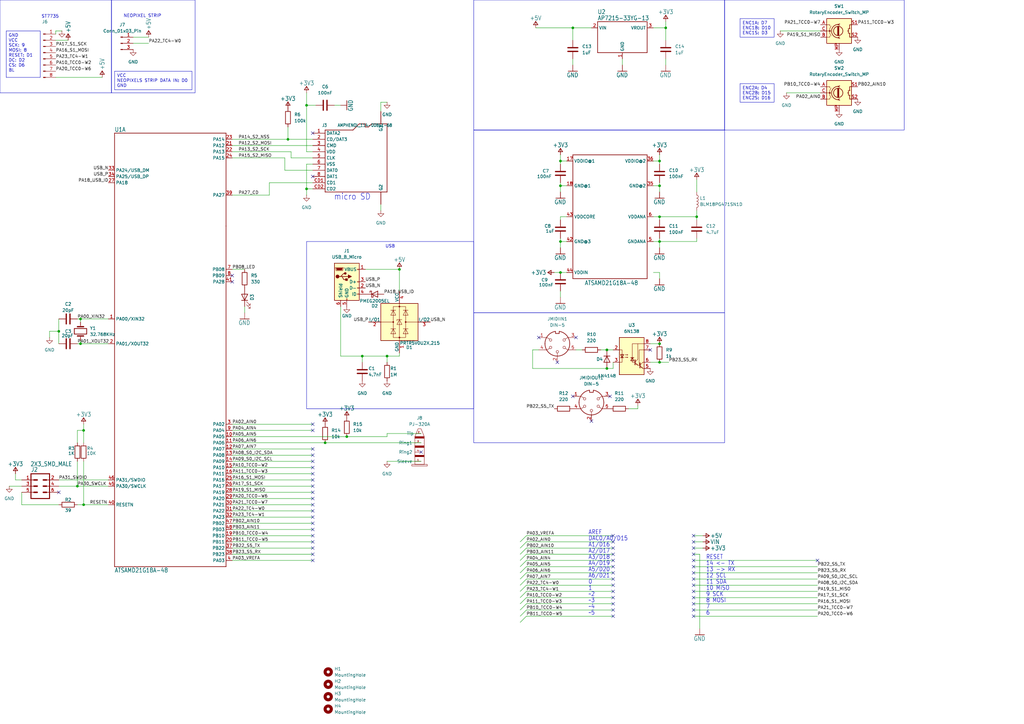
<source format=kicad_sch>
(kicad_sch (version 20231120) (generator "eeschema") (generator_version "8.0")
  (paper "A3")
  (junction (at 34.29 176.53))
  (junction (at 270.51 99.06))
  (junction (at 229.87 76.2))
  (junction (at 148.59 146.05))
  (junction (at 133.35 181.61))
  (junction (at 58.42 335.28))
  (junction (at 229.87 99.06))
  (junction (at 229.87 111.76))
  (junction (at 248.92 151.13))
  (junction (at 33.02 130.81))
  (junction (at 125.73 43.18))
  (junction (at 163.83 110.49))
  (junction (at 24.13 135.89))
  (junction (at 270.51 76.2))
  (junction (at 125.73 77.47))
  (junction (at 270.51 88.9))
  (junction (at 234.95 11.43))
  (junction (at 34.29 207.01))
  (junction (at 270.51 140.97))
  (junction (at 270.51 148.59))
  (junction (at 248.92 143.51))
  (junction (at 83.82 335.28))
  (junction (at 229.87 66.04))
  (junction (at 270.51 66.04))
  (junction (at 285.75 88.9))
  (junction (at 33.02 140.97))
  (junction (at 118.11 57.15))
  (junction (at 142.24 179.07))
  (junction (at 158.75 146.05))
  (junction (at 31.75 199.39))
  (junction (at 273.05 11.43))
  (no_connect (at 251.46 219.71))
  (no_connect (at 284.48 234.95))
  (no_connect (at 250.19 162.56))
  (no_connect (at 128.27 199.39))
  (no_connect (at 128.27 209.55))
  (no_connect (at 128.27 194.31))
  (no_connect (at 128.27 54.61))
  (no_connect (at 128.27 207.01))
  (no_connect (at 284.48 237.49))
  (no_connect (at 128.27 189.23))
  (no_connect (at 128.27 201.93))
  (no_connect (at 284.48 242.57))
  (no_connect (at 128.27 224.79))
  (no_connect (at 284.48 224.79))
  (no_connect (at 251.46 237.49))
  (no_connect (at 251.46 222.25))
  (no_connect (at 242.57 172.72))
  (no_connect (at 284.48 227.33))
  (no_connect (at 128.27 204.47))
  (no_connect (at 284.48 219.71))
  (no_connect (at 128.27 72.39))
  (no_connect (at 335.28 229.87))
  (no_connect (at 251.46 234.95))
  (no_connect (at 128.27 212.09))
  (no_connect (at 266.7 143.51))
  (no_connect (at 284.48 232.41))
  (no_connect (at 234.95 162.56))
  (no_connect (at 284.48 245.11))
  (no_connect (at 128.27 196.85))
  (no_connect (at 128.27 219.71))
  (no_connect (at 128.27 184.15))
  (no_connect (at 251.46 232.41))
  (no_connect (at 251.46 245.11))
  (no_connect (at 251.46 252.73))
  (no_connect (at 284.48 240.03))
  (no_connect (at 172.72 185.42))
  (no_connect (at 128.27 217.17))
  (no_connect (at 128.27 176.53))
  (no_connect (at 128.27 191.77))
  (no_connect (at 128.27 186.69))
  (no_connect (at 284.48 247.65))
  (no_connect (at 251.46 242.57))
  (no_connect (at 251.46 250.19))
  (no_connect (at 95.25 113.03))
  (no_connect (at 284.48 229.87))
  (no_connect (at 284.48 250.19))
  (no_connect (at 236.22 138.43))
  (no_connect (at 128.27 173.99))
  (no_connect (at 128.27 227.33))
  (no_connect (at 128.27 222.25))
  (no_connect (at 284.48 252.73))
  (no_connect (at 128.27 214.63))
  (no_connect (at 128.27 229.87))
  (no_connect (at 251.46 240.03))
  (no_connect (at 220.98 138.43))
  (no_connect (at 95.25 115.57))
  (no_connect (at 228.6 148.59))
  (no_connect (at 251.46 227.33))
  (no_connect (at 251.46 224.79))
  (no_connect (at 251.46 229.87))
  (no_connect (at 284.48 222.25))
  (no_connect (at 251.46 247.65))
  (no_connect (at 24.13 201.93))
  (bus_entry (at 215.9 222.25) (size -2.54 2.54))
  (bus_entry (at 215.9 247.65) (size -2.54 2.54))
  (bus_entry (at 215.9 245.11) (size -2.54 2.54))
  (bus_entry (at 215.9 234.95) (size -2.54 2.54))
  (bus_entry (at 215.9 240.03) (size -2.54 2.54))
  (bus_entry (at 215.9 250.19) (size -2.54 2.54))
  (bus_entry (at 215.9 232.41) (size -2.54 2.54))
  (bus_entry (at 215.9 224.79) (size -2.54 2.54))
  (bus_entry (at 215.9 252.73) (size -2.54 2.54))
  (bus_entry (at 215.9 237.49) (size -2.54 2.54))
  (bus_entry (at 215.9 242.57) (size -2.54 2.54))
  (bus_entry (at 215.9 229.87) (size -2.54 2.54))
  (bus_entry (at 215.9 227.33) (size -2.54 2.54))
  (bus_entry (at 215.9 219.71) (size -2.54 2.54))
  (wire (pts (xy 267.97 76.2) (xy 270.51 76.2)) (stroke (width 0.1524)))
  (wire (pts (xy 22.86 13.97) (xy 22.86 12.7)))
  (wire (pts (xy 128.27 77.47) (xy 125.73 77.47)) (stroke (width 0.1524)))
  (wire (pts (xy 218.44 151.13) (xy 248.92 151.13)))
  (wire (pts (xy 270.51 78.74) (xy 270.51 76.2)) (stroke (width 0.1524)))
  (wire (pts (xy 236.22 143.51) (xy 238.76 143.51)))
  (wire (pts (xy 53.34 363.22) (xy 57.15 363.22)))
  (wire (pts (xy 58.42 335.28) (xy 53.34 335.28)) (stroke (width 0.1524)))
  (wire (pts (xy 215.9 219.71) (xy 251.46 219.71)) (stroke (width 0.1524)))
  (wire (pts (xy 116.84 69.85) (xy 116.84 64.77)) (stroke (width 0.1524)))
  (wire (pts (xy 229.87 111.76) (xy 232.41 111.76)) (stroke (width 0.1524)))
  (wire (pts (xy 158.75 146.05) (xy 163.83 146.05)) (stroke (width 0.1524)))
  (wire (pts (xy 215.9 250.19) (xy 251.46 250.19)) (stroke (width 0.1524)))
  (wire (pts (xy 285.75 88.9) (xy 285.75 90.17)))
  (wire (pts (xy 215.9 222.25) (xy 251.46 222.25)) (stroke (width 0.1524)))
  (wire (pts (xy 156.21 41.91) (xy 156.21 45.72)) (stroke (width 0.1524)))
  (wire (pts (xy 95.25 64.77) (xy 116.84 64.77)) (stroke (width 0.1524)))
  (wire (pts (xy 142.24 179.07) (xy 158.75 179.07)))
  (wire (pts (xy 149.86 110.49) (xy 163.83 110.49)) (stroke (width 0.1524)))
  (wire (pts (xy 95.25 59.69) (xy 128.27 59.69)) (stroke (width 0.1524)))
  (wire (pts (xy 273.05 24.13) (xy 273.05 26.67)))
  (wire (pts (xy 219.71 11.43) (xy 234.95 11.43)) (stroke (width 0.1524)))
  (wire (pts (xy 128.27 189.23) (xy 95.25 189.23)) (stroke (width 0.1524)))
  (wire (pts (xy 270.51 99.06) (xy 270.51 101.6)) (stroke (width 0.1524)))
  (wire (pts (xy 229.87 74.93) (xy 229.87 76.2)))
  (wire (pts (xy 234.95 11.43) (xy 234.95 16.51)) (stroke (width 0.1524)))
  (wire (pts (xy 128.27 214.63) (xy 95.25 214.63)) (stroke (width 0.1524)))
  (wire (pts (xy 133.35 181.61) (xy 172.72 181.61)))
  (wire (pts (xy 270.51 111.76) (xy 270.51 114.3)) (stroke (width 0.1524)))
  (wire (pts (xy 73.66 335.28) (xy 73.66 355.6)))
  (wire (pts (xy 130.81 384.81) (xy 120.65 384.81)))
  (wire (pts (xy 128.27 201.93) (xy 95.25 201.93)) (stroke (width 0.1524)))
  (wire (pts (xy 95.25 181.61) (xy 133.35 181.61)))
  (wire (pts (xy 91.44 377.19) (xy 91.44 375.92)))
  (wire (pts (xy 139.7 125.73) (xy 139.7 146.05)))
  (wire (pts (xy 270.51 88.9) (xy 285.75 88.9)) (stroke (width 0.1524)))
  (wire (pts (xy 31.75 176.53) (xy 34.29 176.53)) (stroke (width 0.1524)))
  (wire (pts (xy 229.87 66.04) (xy 229.87 67.31)))
  (wire (pts (xy 95.25 229.87) (xy 128.27 229.87)) (stroke (width 0.1524)))
  (wire (pts (xy 267.97 111.76) (xy 270.51 111.76)) (stroke (width 0.1524)))
  (wire (pts (xy 284.48 222.25) (xy 288.29 222.25)) (stroke (width 0.1524)))
  (wire (pts (xy 31.75 130.81) (xy 33.02 130.81)) (stroke (width 0.1524)))
  (wire (pts (xy 215.9 240.03) (xy 251.46 240.03)) (stroke (width 0.1524)))
  (wire (pts (xy 229.87 66.04) (xy 232.41 66.04)) (stroke (width 0.1524)))
  (wire (pts (xy 229.87 88.9) (xy 229.87 90.17)) (stroke (width 0.1524)))
  (wire (pts (xy 128.27 227.33) (xy 95.25 227.33)) (stroke (width 0.1524)))
  (wire (pts (xy 31.75 140.97) (xy 33.02 140.97)))
  (wire (pts (xy 95.25 176.53) (xy 128.27 176.53)) (stroke (width 0.1524)))
  (wire (pts (xy 158.75 177.8) (xy 172.72 177.8)))
  (wire (pts (xy 100.33 125.73) (xy 100.33 128.27)))
  (wire (pts (xy 31.75 189.23) (xy 31.75 199.39)) (stroke (width 0.1524)))
  (wire (pts (xy 229.87 101.6) (xy 229.87 99.06)) (stroke (width 0.1524)))
  (wire (pts (xy 273.05 11.43) (xy 273.05 8.89)) (stroke (width 0.1524)))
  (wire (pts (xy 60.96 387.35) (xy 76.2 387.35)))
  (wire (pts (xy 31.75 199.39) (xy 44.45 199.39)) (stroke (width 0.1524)))
  (wire (pts (xy 22.86 31.75) (xy 41.91 31.75)))
  (wire (pts (xy 22.86 12.7) (xy 25.4 12.7)))
  (wire (pts (xy 128.27 69.85) (xy 116.84 69.85)) (stroke (width 0.1524)))
  (wire (pts (xy 284.48 247.65) (xy 335.28 247.65)) (stroke (width 0.1524)))
  (wire (pts (xy 270.51 88.9) (xy 270.51 90.17)))
  (wire (pts (xy 83.82 345.44) (xy 83.82 342.9)) (stroke (width 0.1524)))
  (wire (pts (xy 128.27 64.77) (xy 119.38 64.77)) (stroke (width 0.1524)))
  (wire (pts (xy 31.75 176.53) (xy 31.75 181.61)) (stroke (width 0.1524)))
  (wire (pts (xy 128.27 378.46) (xy 128.27 375.92)))
  (wire (pts (xy 158.75 146.05) (xy 148.59 146.05)) (stroke (width 0.1524)))
  (wire (pts (xy 285.75 73.66) (xy 285.75 76.2)) (stroke (width 0.1524)))
  (wire (pts (xy 285.75 76.2) (xy 285.75 78.74)))
  (wire (pts (xy 128.27 212.09) (xy 95.25 212.09)) (stroke (width 0.1524)))
  (wire (pts (xy 158.75 179.07) (xy 158.75 177.8)))
  (wire (pts (xy 215.9 234.95) (xy 251.46 234.95)) (stroke (width 0.1524)))
  (wire (pts (xy 53.34 350.52) (xy 53.34 351.79)))
  (wire (pts (xy 284.48 250.19) (xy 335.28 250.19)) (stroke (width 0.1524)))
  (wire (pts (xy 6.35 196.85) (xy 8.89 196.85)) (stroke (width 0.1524)))
  (wire (pts (xy 215.9 245.11) (xy 251.46 245.11)) (stroke (width 0.1524)))
  (wire (pts (xy 128.27 186.69) (xy 95.25 186.69)) (stroke (width 0.1524)))
  (wire (pts (xy 83.82 335.28) (xy 83.82 332.74)) (stroke (width 0.1524)))
  (wire (pts (xy 322.58 38.1) (xy 336.55 38.1)))
  (wire (pts (xy 137.16 43.18) (xy 139.7 43.18)) (stroke (width 0.1524)))
  (wire (pts (xy 227.33 111.76) (xy 229.87 111.76)) (stroke (width 0.1524)))
  (wire (pts (xy 128.27 204.47) (xy 95.25 204.47)) (stroke (width 0.1524)))
  (wire (pts (xy 284.48 227.33) (xy 287.02 227.33)) (stroke (width 0.1524)))
  (wire (pts (xy 320.04 12.7) (xy 336.55 12.7)))
  (wire (pts (xy 95.25 80.01) (xy 110.49 80.01)) (stroke (width 0.1524)))
  (wire (pts (xy 120.65 384.81) (xy 120.65 386.08)))
  (wire (pts (xy 54.61 15.24) (xy 60.96 15.24)))
  (wire (pts (xy 270.51 74.93) (xy 270.51 76.2)))
  (wire (pts (xy 270.51 66.04) (xy 270.51 63.5)) (stroke (width 0.1524)))
  (wire (pts (xy 86.36 355.6) (xy 73.66 355.6)))
  (wire (pts (xy 95.25 110.49) (xy 100.33 110.49)))
  (wire (pts (xy 8.89 207.01) (xy 24.13 207.01)) (stroke (width 0.1524)))
  (wire (pts (xy 24.13 199.39) (xy 31.75 199.39)) (stroke (width 0.1524)))
  (wire (pts (xy 158.75 189.23) (xy 172.72 189.23)))
  (wire (pts (xy 128.27 209.55) (xy 95.25 209.55)) (stroke (width 0.1524)))
  (wire (pts (xy 261.62 167.64) (xy 261.62 166.37)))
  (wire (pts (xy 95.25 62.23) (xy 119.38 62.23)) (stroke (width 0.1524)))
  (wire (pts (xy 156.21 41.91) (xy 158.75 41.91)))
  (wire (pts (xy 234.95 11.43) (xy 242.57 11.43)) (stroke (width 0.1524)))
  (wire (pts (xy 33.02 130.81) (xy 44.45 130.81)) (stroke (width 0.1524)))
  (wire (pts (xy 270.51 97.79) (xy 270.51 99.06)))
  (wire (pts (xy 53.34 359.41) (xy 53.34 363.22)) (stroke (width 0.1524)))
  (wire (pts (xy 20.32 135.89) (xy 24.13 135.89)) (stroke (width 0.1524)))
  (wire (pts (xy 125.73 67.31) (xy 125.73 77.47)) (stroke (width 0.1524)))
  (wire (pts (xy 232.41 99.06) (xy 229.87 99.06)) (stroke (width 0.1524)))
  (wire (pts (xy 118.11 57.15) (xy 128.27 57.15)) (stroke (width 0.1524)))
  (wire (pts (xy 284.48 234.95) (xy 335.28 234.95)) (stroke (width 0.1524)))
  (wire (pts (xy 130.81 375.92) (xy 130.81 384.81)))
  (wire (pts (xy 83.82 322.58) (xy 83.82 323.85)))
  (wire (pts (xy 215.9 237.49) (xy 251.46 237.49)) (stroke (width 0.1524)))
  (wire (pts (xy 229.87 78.74) (xy 229.87 76.2)) (stroke (width 0.1524)))
  (wire (pts (xy 267.97 11.43) (xy 273.05 11.43)) (stroke (width 0.1524)))
  (wire (pts (xy 215.9 247.65) (xy 251.46 247.65)) (stroke (width 0.1524)))
  (wire (pts (xy 76.2 392.43) (xy 76.2 394.97)))
  (wire (pts (xy 284.48 252.73) (xy 335.28 252.73)) (stroke (width 0.1524)))
  (wire (pts (xy 246.38 143.51) (xy 248.92 143.51)))
  (wire (pts (xy 285.75 86.36) (xy 285.75 88.9)) (stroke (width 0.1524)))
  (wire (pts (xy 128.27 194.31) (xy 95.25 194.31)) (stroke (width 0.1524)))
  (wire (pts (xy 128.27 224.79) (xy 95.25 224.79)) (stroke (width 0.1524)))
  (wire (pts (xy 128.27 191.77) (xy 95.25 191.77)) (stroke (width 0.1524)))
  (wire (pts (xy 34.29 176.53) (xy 34.29 173.99)) (stroke (width 0.1524)))
  (wire (pts (xy 6.35 194.31) (xy 6.35 196.85)) (stroke (width 0.1524)))
  (wire (pts (xy 125.73 43.18) (xy 129.54 43.18)) (stroke (width 0.1524)))
  (wire (pts (xy 60.96 335.28) (xy 58.42 335.28)) (stroke (width 0.1524)))
  (wire (pts (xy 158.75 148.59) (xy 158.75 146.05)) (stroke (width 0.1524)))
  (wire (pts (xy 95.25 179.07) (xy 142.24 179.07)))
  (wire (pts (xy 284.48 240.03) (xy 335.28 240.03)) (stroke (width 0.1524)))
  (wire (pts (xy 128.27 196.85) (xy 95.25 196.85)) (stroke (width 0.1524)))
  (wire (pts (xy 22.86 16.51) (xy 27.94 16.51)))
  (wire (pts (xy 91.44 375.92) (xy 128.27 375.92)))
  (wire (pts (xy 33.02 130.81) (xy 33.02 132.08)))
  (wire (pts (xy 215.9 232.41) (xy 251.46 232.41)) (stroke (width 0.1524)))
  (wire (pts (xy 215.9 227.33) (xy 251.46 227.33)) (stroke (width 0.1524)))
  (wire (pts (xy 20.32 138.43) (xy 20.32 135.89)) (stroke (width 0.1524)))
  (wire (pts (xy 34.29 176.53) (xy 34.29 181.61)))
  (wire (pts (xy 248.92 143.51) (xy 251.46 143.51)))
  (wire (pts (xy 60.96 359.41) (xy 62.23 359.41)))
  (wire (pts (xy 119.38 64.77) (xy 119.38 62.23)) (stroke (width 0.1524)))
  (wire (pts (xy 267.97 99.06) (xy 270.51 99.06)) (stroke (width 0.1524)))
  (wire (pts (xy 76.2 387.35) (xy 76.2 389.89)))
  (wire (pts (xy 110.49 80.01) (xy 110.49 74.93)) (stroke (width 0.1524)))
  (wire (pts (xy 229.87 97.79) (xy 229.87 99.06)))
  (wire (pts (xy 128.27 184.15) (xy 95.25 184.15)) (stroke (width 0.1524)))
  (wire (pts (xy 285.75 97.79) (xy 285.75 99.06)) (stroke (width 0.1524)))
  (wire (pts (xy 53.34 335.28) (xy 53.34 350.52)) (stroke (width 0.1524)))
  (wire (pts (xy 270.51 66.04) (xy 270.51 67.31)))
  (wire (pts (xy 110.49 74.93) (xy 128.27 74.93)) (stroke (width 0.1524)))
  (wire (pts (xy 95.25 173.99) (xy 128.27 173.99)) (stroke (width 0.1524)))
  (wire (pts (xy 251.46 151.13) (xy 251.46 148.59)))
  (wire (pts (xy 215.9 242.57) (xy 251.46 242.57)) (stroke (width 0.1524)))
  (wire (pts (xy 287.02 257.81) (xy 287.02 227.33)) (stroke (width 0.1524)))
  (wire (pts (xy 273.05 11.43) (xy 273.05 16.51)) (stroke (width 0.1524)))
  (wire (pts (xy 60.96 394.97) (xy 76.2 394.97)))
  (wire (pts (xy 284.48 245.11) (xy 335.28 245.11)) (stroke (width 0.1524)))
  (wire (pts (xy 73.66 335.28) (xy 83.82 335.28)) (stroke (width 0.1524)))
  (wire (pts (xy 132.08 378.46) (xy 128.27 378.46)))
  (wire (pts (xy 125.73 62.23) (xy 125.73 43.18)) (stroke (width 0.1524)))
  (wire (pts (xy 218.44 143.51) (xy 220.98 143.51)))
  (wire (pts (xy 128.27 62.23) (xy 125.73 62.23)) (stroke (width 0.1524)))
  (wire (pts (xy 284.48 237.49) (xy 335.28 237.49)) (stroke (width 0.1524)))
  (wire (pts (xy 128.27 199.39) (xy 95.25 199.39)) (stroke (width 0.1524)))
  (wire (pts (xy 163.83 110.49) (xy 163.83 119.38)))
  (wire (pts (xy 24.13 135.89) (xy 24.13 130.81)) (stroke (width 0.1524)))
  (wire (pts (xy 284.48 229.87) (xy 335.28 229.87)) (stroke (width 0.1524)))
  (wire (pts (xy 284.48 219.71) (xy 288.29 219.71)) (stroke (width 0.1524)))
  (wire (pts (xy 267.97 88.9) (xy 270.51 88.9)) (stroke (width 0.1524)))
  (wire (pts (xy 270.51 99.06) (xy 285.75 99.06)) (stroke (width 0.1524)))
  (wire (pts (xy 31.75 207.01) (xy 34.29 207.01)) (stroke (width 0.1524)))
  (wire (pts (xy 234.95 24.13) (xy 234.95 26.67)))
  (wire (pts (xy 215.9 252.73) (xy 251.46 252.73)) (stroke (width 0.1524)))
  (wire (pts (xy 156.21 86.36) (xy 156.21 83.82)) (stroke (width 0.1524)))
  (wire (pts (xy 60.96 335.28) (xy 60.96 351.79)) (stroke (width 0.1524)))
  (wire (pts (xy 128.27 219.71) (xy 95.25 219.71)) (stroke (width 0.1524)))
  (wire (pts (xy 248.92 151.13) (xy 251.46 151.13)))
  (wire (pts (xy 257.81 167.64) (xy 261.62 167.64)))
  (wire (pts (xy 54.61 17.78) (xy 60.96 17.78)))
  (wire (pts (xy 24.13 196.85) (xy 44.45 196.85)) (stroke (width 0.1524)))
  (wire (pts (xy 33.02 140.97) (xy 44.45 140.97)) (stroke (width 0.1524)))
  (wire (pts (xy 284.48 232.41) (xy 335.28 232.41)) (stroke (width 0.1524)))
  (wire (pts (xy 128.27 207.01) (xy 95.25 207.01)) (stroke (width 0.1524)))
  (wire (pts (xy 34.29 207.01) (xy 44.45 207.01)) (stroke (width 0.1524)))
  (wire (pts (xy 218.44 151.13) (xy 218.44 143.51)))
  (wire (pts (xy 215.9 224.79) (xy 251.46 224.79)) (stroke (width 0.1524)))
  (wire (pts (xy 125.73 38.1) (xy 125.73 43.18)) (stroke (width 0.1524)))
  (wire (pts (xy 267.97 66.04) (xy 270.51 66.04)) (stroke (width 0.1524)))
  (wire (pts (xy 139.7 146.05) (xy 148.59 146.05)))
  (wire (pts (xy 215.9 229.87) (xy 251.46 229.87)) (stroke (width 0.1524)))
  (wire (pts (xy 266.7 140.97) (xy 270.51 140.97)))
  (wire (pts (xy 83.82 317.5) (xy 83.82 322.58)) (stroke (width 0.1524)))
  (wire (pts (xy 128.27 67.31) (xy 125.73 67.31)) (stroke (width 0.1524)))
  (wire (pts (xy 24.13 140.97) (xy 24.13 135.89)) (stroke (width 0.1524)))
  (wire (pts (xy 8.89 201.93) (xy 8.89 207.01)) (stroke (width 0.1524)))
  (wire (pts (xy 232.41 76.2) (xy 229.87 76.2)) (stroke (width 0.1524)))
  (wire (pts (xy 229.87 121.92) (xy 229.87 119.38)) (stroke (width 0.1524)))
  (wire (pts (xy 148.59 146.05) (xy 148.59 148.59)) (stroke (width 0.1524)))
  (wire (pts (xy 270.51 148.59) (xy 274.32 148.59)))
  (wire (pts (xy 34.29 189.23) (xy 34.29 207.01)) (stroke (width 0.1524)))
  (wire (pts (xy 284.48 242.57) (xy 335.28 242.57)) (stroke (width 0.1524)))
  (wire (pts (xy 229.87 63.5) (xy 229.87 66.04)) (stroke (width 0.1524)))
  (wire (pts (xy 128.27 222.25) (xy 95.25 222.25)) (stroke (width 0.1524)))
  (wire (pts (xy 33.02 139.7) (xy 33.02 140.97)))
  (wire (pts (xy 118.11 52.07) (xy 118.11 57.15)) (stroke (width 0.1524)))
  (wire (pts (xy 255.27 26.67) (xy 255.27 24.13)) (stroke (width 0.1524)))
  (wire (pts (xy 232.41 88.9) (xy 229.87 88.9)) (stroke (width 0.1524)))
  (wire (pts (xy 95.25 57.15) (xy 118.11 57.15)) (stroke (width 0.1524)))
  (wire (pts (xy 125.73 77.47) (xy 125.73 80.01)) (stroke (width 0.1524)))
  (wire (pts (xy 128.27 217.17) (xy 95.25 217.17)) (stroke (width 0.1524)))
  (wire (pts (xy 266.7 148.59) (xy 270.51 148.59)))
  (wire (pts (xy 3.81 199.39) (xy 8.89 199.39)) (stroke (width 0.1524)))
  (wire (pts (xy 83.82 331.47) (xy 83.82 332.74)))
  (wire (pts (xy 132.08 375.92) (xy 130.81 375.92)))
  (wire (pts (xy 163.83 146.05) (xy 163.83 144.78)) (stroke (width 0.1524)))
  (wire (pts (xy 86.36 355.6) (xy 86.36 377.19)))
  (wire (pts (xy 284.48 224.79) (xy 288.29 224.79)) (stroke (width 0.1524)))
  (rectangle (start 45.72 0) (end 80.01 38.1))
  (rectangle (start 194.31 53.34) (end 297.18 128.27))
  (rectangle (start 0 0) (end 45.72 38.1))
  (rectangle (start 297.18 0) (end 370.84 53.34))
  (rectangle (start 194.31 128.27) (end 297.18 181.61))
  (rectangle (start 125.73 99.06) (end 194.31 167.64))
  (rectangle (start 194.31 0) (end 297.18 53.34))
  (text_box "GND\nVCC\nSCK: 9\nMOSI: 8\nRESET: D1\nDC: D2\nCS: D6\nBL" (at 2.54 12.7 0) (size 13.97 19.05) (effects (font (size 1.27 1.27)) (justify left top)))
  (text_box "VCC\nNEOPIXELS STRIP DATA IN: D0\nGND" (at 46.99 29.21 0) (size 31.75 7.62) (effects (font (size 1.27 1.27)) (justify left top)))
  (text_box "ENC1A: D7\nENC1B: D10\nENC1S: D3" (at 303.53 7.62 0) (size 13.97 7.62) (effects (font (size 1.27 1.27)) (justify left top)))
  (text_box "ENC2A: D4\nENC2B: D15\nENC2S: D16" (at 303.53 34.29 0) (size 13.97 7.62) (effects (font (size 1.27 1.27)) (justify left top)))
  (text "6" (at 289.56 252.476 0) (effects (font (size 1.778 1.5113)) (justify left bottom)))
  (text "A5/D20" (at 241.3 234.696 0) (effects (font (size 1.778 1.5113)) (justify left bottom)))
  (text "0" (at 241.3 239.776 0) (effects (font (size 1.778 1.5113)) (justify left bottom)))
  (text "A6/D21" (at 241.3 237.236 0) (effects (font (size 1.778 1.5113)) (justify left bottom)))
  (text "11 SDA" (at 289.56 239.776 0) (effects (font (size 1.778 1.5113)) (justify left bottom)))
  (text "13 -> RX" (at 289.56 234.696 0) (effects (font (size 1.778 1.5113)) (justify left bottom)))
  (text "12 SCL" (at 289.56 237.236 0) (effects (font (size 1.778 1.5113)) (justify left bottom)))
  (text "7" (at 289.56 249.936 0) (effects (font (size 1.778 1.5113)) (justify left bottom)))
  (text "RESET" (at 289.56 229.616 0) (effects (font (size 1.778 1.5113)) (justify left bottom)))
  (text "14 <- TX" (at 289.56 232.156 0) (effects (font (size 1.778 1.5113)) (justify left bottom)))
  (text "NEOPIXEL STRIP" (at 58.42 6.604 0) (effects (font (size 1.27 1.27))))
  (text "ST7735" (at 20.574 6.858 0) (effects (font (size 1.27 1.27))))
  (text "~2" (at 241.3 244.856 0) (effects (font (size 1.778 1.5113)) (justify left bottom)))
  (text "8 MOSI" (at 289.56 247.396 0) (effects (font (size 1.778 1.5113)) (justify left bottom)))
  (text "A1/D16" (at 241.3 224.536 0) (effects (font (size 1.778 1.5113)) (justify left bottom)))
  (text "AREF" (at 241.3 219.456 0) (effects (font (size 1.778 1.5113)) (justify left bottom)))
  (text "1" (at 241.3 242.316 0) (effects (font (size 1.778 1.5113)) (justify left bottom)))
  (text "A2/D17" (at 241.3 227.076 0) (effects (font (size 1.778 1.5113)) (justify left bottom)))
  (text "A4/D19" (at 241.3 232.156 0) (effects (font (size 1.778 1.5113)) (justify left bottom)))
  (text "10 MISO" (at 289.56 242.316 0) (effects (font (size 1.778 1.5113)) (justify left bottom)))
  (text "~5" (at 241.3 252.476 0) (effects (font (size 1.778 1.5113)) (justify left bottom)))
  (text "USB" (at 160.02 101.092 0) (effects (font (size 1.27 1.27))))
  (text "9 SCK" (at 289.56 244.856 0) (effects (font (size 1.778 1.5113)) (justify left bottom)))
  (text "A3/D18" (at 241.3 229.616 0) (effects (font (size 1.778 1.5113)) (justify left bottom)))
  (text "DAC0/A0/D15" (at 241.3 221.996 0) (effects (font (size 1.778 1.5113)) (justify left bottom)))
  (text "~4" (at 241.3 249.936 0) (effects (font (size 1.778 1.5113)) (justify left bottom)))
  (text "~3" (at 241.3 247.396 0) (effects (font (size 1.778 1.5113)) (justify left bottom)))
  (text "micro SD" (at 144.526 82.296 0) (effects (font (size 2.54 2.159)) (justify bottom)))
  (label "PA03_VREFA" (at 95.25 229.87 0) (effects (font (size 1.2446 1.2446))))
  (label "RESETN" (at 36.83 207.01 0) (effects (font (size 1.2446 1.2446))))
  (label "PB22_S5_TX" (at 335.28 232.41 0) (effects (font (size 1.2446 1.2446))))
  (label "PA11_TCC0-W3" (at 351.79 10.16 0))
  (label "PA09_S0_I2C_SCL" (at 95.25 189.23 0) (effects (font (size 1.2446 1.2446))))
  (label "PA14_S2_NSS" (at 97.79 57.15 0) (effects (font (size 1.2446 1.2446))))
  (label "PA16_S1_MOSI" (at 95.25 196.85 0) (effects (font (size 1.2446 1.2446))))
  (label "PA22_TC4-W0" (at 95.25 209.55 0) (effects (font (size 1.2446 1.2446))))
  (label "PB02_AIN10" (at 95.25 214.63 0) (effects (font (size 1.2446 1.2446))))
  (label "PA12_S2_MOSI" (at 97.79 59.69 0) (effects (font (size 1.2446 1.2446))))
  (label "USB_N" (at 44.45 69.85 180) (effects (font (size 1.2446 1.2446))))
  (label "PA03_VREFA" (at 215.9 219.71 0) (effects (font (size 1.2446 1.2446))))
  (label "PA17_S1_SCK" (at 22.86 19.05 0) (effects (font (size 1.2446 1.2446))))
  (label "PA06_AIN6" (at 95.25 181.61 0) (effects (font (size 1.2446 1.2446))))
  (label "PA08_S0_I2C_SDA" (at 335.28 240.03 0) (effects (font (size 1.2446 1.2446))))
  (label "PA10_TCC0-W2" (at 215.9 245.11 0) (effects (font (size 1.2446 1.2446))))
  (label "PA23_TC4-W1" (at 22.86 24.13 0) (effects (font (size 1.2446 1.2446))))
  (label "PB10_TCC0-W4" (at 215.9 250.19 0) (effects (font (size 1.2446 1.2446))))
  (label "PA13_S2_SCK" (at 97.79 62.23 0) (effects (font (size 1.2446 1.2446))))
  (label "PB02_AIN10" (at 215.9 224.79 0) (effects (font (size 1.2446 1.2446))))
  (label "PA11_TCC0-W3" (at 215.9 247.65 0) (effects (font (size 1.2446 1.2446))))
  (label "PA11_TCC0-W3" (at 95.25 194.31 0) (effects (font (size 1.2446 1.2446))))
  (label "PA00_XIN32" (at 31.75 130.81 0) (effects (font (size 1.2446 1.2446))))
  (label "PA06_AIN6" (at 215.9 234.95 0) (effects (font (size 1.2446 1.2446))))
  (label "PA15_S2_MISO" (at 97.79 64.77 0) (effects (font (size 1.2446 1.2446))))
  (label "PB11_TCC0-W5" (at 95.25 222.25 0) (effects (font (size 1.2446 1.2446))))
  (label "PB22_S5_TX" (at 95.25 224.79 0) (effects (font (size 1.2446 1.2446))))
  (label "PA05_AIN5" (at 215.9 232.41 0) (effects (font (size 1.2446 1.2446))))
  (label "PA18_USB_ID" (at 44.45 74.93 180) (effects (font (size 1.2446 1.2446))))
  (label "PB02_AIN10" (at 351.79 35.56 0))
  (label "PA23_TC4-W1" (at 95.25 212.09 0) (effects (font (size 1.2446 1.2446))))
  (label "PA19_S1_MISO" (at 335.28 242.57 0) (effects (font (size 1.2446 1.2446))))
  (label "PA04_AIN4" (at 215.9 229.87 0) (effects (font (size 1.2446 1.2446))))
  (label "PA21_TCC0-W7" (at 335.28 250.19 0) (effects (font (size 1.2446 1.2446))))
  (label "PA02_AIN0" (at 215.9 222.25 0) (effects (font (size 1.2446 1.2446))))
  (label "PA07_AIN7" (at 101.6 387.35 0) (effects (font (size 1.2446 1.2446))))
  (label "USB_N" (at 149.86 118.11 0) (effects (font (size 1.2446 1.2446))))
  (label "PA08_S0_I2C_SDA" (at 76.2 384.81 180) (effects (font (size 1.2446 1.2446))))
  (label "PA02_AIN0" (at 336.55 40.64 180))
  (label "PA18_USB_ID" (at 157.48 120.65 0) (effects (font (size 1.2446 1.2446))))
  (label "PB10_TCC0-W4" (at 95.25 219.71 0) (effects (font (size 1.2446 1.2446))))
  (label "PB10_TCC0-W4" (at 336.55 35.56 180))
  (label "PA16_S1_MOSI" (at 22.86 21.59 0) (effects (font (size 1.2446 1.2446))))
  (label "PA31_SWDIO" (at 24.13 196.85 0) (effects (font (size 1.2446 1.2446))))
  (label "PA10_TCC0-W2" (at 22.86 26.67 0) (effects (font (size 1.2446 1.2446))))
  (label "PA30_SWCLK" (at 31.75 199.39 0) (effects (font (size 1.2446 1.2446))))
  (label "PA07_AIN7" (at 95.25 184.15 0) (effects (font (size 1.2446 1.2446))))
  (label "PA08_S0_I2C_SDA" (at 57.15 363.22 0) (effects (font (size 1.2446 1.2446))))
  (label "PA09_S0_I2C_SCL" (at 76.2 382.27 180) (effects (font (size 1.2446 1.2446))))
  (label "PB03_AIN11" (at 95.25 217.17 0) (effects (font (size 1.2446 1.2446))))
  (label "PA17_S1_SCK" (at 95.25 199.39 0) (effects (font (size 1.2446 1.2446))))
  (label "PA22_TC4-W0" (at 215.9 240.03 0) (effects (font (size 1.2446 1.2446))))
  (label "PA02_AIN0" (at 95.25 173.99 0) (effects (font (size 1.2446 1.2446))))
  (label "PB23_S5_RX" (at 95.25 227.33 0) (effects (font (size 1.2446 1.2446))))
  (label "PA19_S1_MISO" (at 95.25 201.93 0) (effects (font (size 1.2446 1.2446))))
  (label "PA05_AIN5" (at 95.25 179.07 0) (effects (font (size 1.2446 1.2446))))
  (label "PA07_AIN7" (at 215.9 237.49 0) (effects (font (size 1.2446 1.2446))))
  (label "PA09_S0_I2C_SCL" (at 62.23 359.41 0) (effects (font (size 1.2446 1.2446))))
  (label "PA27_CD" (at 97.79 80.01 0) (effects (font (size 1.2446 1.2446))))
  (label "PA17_S1_SCK" (at 335.28 245.11 0) (effects (font (size 1.2446 1.2446))))
  (label "USB_P" (at 149.86 115.57 0) (effects (font (size 1.2446 1.2446))))
  (label "PB22_S5_TX" (at 227.33 167.64 180) (effects (font (size 1.2446 1.2446))))
  (label "PA16_S1_MOSI" (at 335.28 247.65 0) (effects (font (size 1.2446 1.2446))))
  (label "USB_N" (at 176.53 132.08 0) (effects (font (size 1.2446 1.2446))))
  (label "PB03_AIN11" (at 215.9 227.33 0) (effects (font (size 1.2446 1.2446))))
  (label "PA20_TCC0-W6" (at 335.28 252.73 0) (effects (font (size 1.2446 1.2446))))
  (label "PA20_TCC0-W6" (at 22.86 29.21 0) (effects (font (size 1.2446 1.2446))))
  (label "PA21_TCC0-W7" (at 336.55 10.16 180))
  (label "PB23_S5_RX" (at 335.28 234.95 0) (effects (font (size 1.2446 1.2446))))
  (label "PA19_S1_MISO" (at 336.55 15.24 180))
  (label "PA21_TCC0-W7" (at 95.25 207.01 0) (effects (font (size 1.2446 1.2446))))
  (label "PA20_TCC0-W6" (at 95.25 204.47 0) (effects (font (size 1.2446 1.2446))))
  (label "PA10_TCC0-W2" (at 95.25 191.77 0) (effects (font (size 1.2446 1.2446))))
  (label "USB_P" (at 44.45 72.39 180) (effects (font (size 1.2446 1.2446))))
  (label "PB11_TCC0-W5" (at 215.9 252.73 0) (effects (font (size 1.2446 1.2446))))
  (label "PA01_XOUT32" (at 31.75 140.97 0) (effects (font (size 1.2446 1.2446))))
  (label "PA08_S0_I2C_SDA" (at 95.25 186.69 0) (effects (font (size 1.2446 1.2446))))
  (label "PA22_TC4-W0" (at 60.96 17.78 0) (effects (font (size 1.2446 1.2446))))
  (label "PB08_LED" (at 95.25 110.49 0) (effects (font (size 1.2446 1.2446))))
  (label "PA09_S0_I2C_SCL" (at 335.28 237.49 0) (effects (font (size 1.2446 1.2446))))
  (label "USB_P" (at 151.13 132.08 180) (effects (font (size 1.2446 1.2446))))
  (label "PA23_TC4-W1" (at 215.9 242.57 0) (effects (font (size 1.2446 1.2446))))
  (label "PB23_S5_RX" (at 274.32 148.59 0) (effects (font (size 1.2446 1.2446))))
  (label "PA04_AIN4" (at 95.25 176.53 0) (effects (font (size 1.2446 1.2446))))
  (symbol (lib_id "power:GND") (at 3.81 199.39 0) (unit 1)
    (property "Reference" "#PWR04" (effects (hide yes)))
    (property "Value" "GND" (at 3.81 204.47 0))
    (property "Description" "Power symbol creates a global label with name \"GND\" , ground" (effects (hide yes)))
  )
  (symbol (lib_id "Adafruit PCF8523 RTC SOIC-8-eagle-import:GND") (at 88.9 400.05 0) (unit 1)
    (property "Reference" "#GND08" (effects (hide yes)))
    (property "Value" "GND" (at 86.36 402.59 0) (effects (font (size 1.778 1.5113)) (justify left bottom)))
  )
  (symbol (lib_id "Device:D") (at 248.92 147.32 270) (unit 1)
    (property "Reference" "D4" (at 244.602 147.32 90) (effects (justify left)))
    (property "Value" "1N4148" (at 245.11 154.178 90) (effects (justify left)))
    (property "Footprint" "Diode_SMD:D_SOD-323" (effects (hide yes)))
    (property "Description" "Diode" (effects (hide yes)))
    (property "Sim.Device" "D" (effects (hide yes)))
    (property "Sim.Pins" "1=K 2=A" (effects (hide yes)))
    (property "LCSC" "C2128" (effects (hide yes)))
  )
  (symbol (lib_id "MKRZero_V5.0-eagle-import:supply1_GND") (at 142.24 43.18 90) (unit 1)
    (property "Reference" "#GND010" (effects (hide yes)))
    (property "Value" "GND" (at 144.78 45.72 0) (effects (font (size 1.778 1.5113)) (justify left bottom)))
  )
  (symbol (lib_id "Mechanical:MountingHole") (at 134.62 280.67 0) (unit 1) (exclude_from_sim yes) (in_bom no)
    (property "Reference" "H2" (at 137.16 279.3999 0) (effects (justify left)))
    (property "Value" "MountingHole" (at 137.16 281.9399 0) (effects (justify left)))
    (property "Footprint" "MountingHole:MountingHole_3.2mm_M3" (effects (hide yes)))
    (property "Description" "Mounting Hole without connection" (effects (hide yes)))
  )
  (symbol (lib_id "MKRZero_V5.0-eagle-import:GND") (at 229.87 104.14 0) (unit 1)
    (property "Reference" "#GND02" (effects (hide yes)))
    (property "Value" "GND" (at 227.33 106.68 0) (effects (font (size 1.778 1.5113)) (justify left bottom)))
  )
  (symbol (lib_id "MKRZero_V5.0-eagle-import:+3V3") (at 270.51 60.96 0) (unit 1)
    (property "Reference" "#+3V05" (effects (hide yes)))
    (property "Value" "+3V3" (at 270.51 60.452 0) (effects (font (size 1.778 1.5113)) (justify bottom)))
  )
  (symbol (lib_id "MKRZero_V5.0-eagle-import:+3V3") (at 270.51 138.43 0) (unit 1)
    (property "Reference" "#+3V014" (effects (hide yes)))
    (property "Value" "+3V3" (at 270.51 137.922 0) (effects (font (size 1.778 1.5113)) (justify bottom)))
  )
  (symbol (lib_id "power:GND") (at 142.24 125.73 0) (unit 1)
    (property "Reference" "#PWR01" (effects (hide yes)))
    (property "Value" "GND" (at 142.24 129.54 0))
    (property "Description" "Power symbol creates a global label with name \"GND\" , ground" (effects (hide yes)))
  )
  (symbol (lib_id "Device:R") (at 142.24 175.26 180) (unit 1)
    (property "Reference" "R15" (at 144.78 173.9899 0) (effects (justify right)))
    (property "Value" "10k" (at 144.78 176.5299 0) (effects (justify right)))
    (property "Footprint" "Resistor_SMD:R_0402_1005Metric" (effects (hide yes)))
    (property "Description" "Resistor" (effects (hide yes)))
    (property "LCSC" "C25104" (effects (hide yes)))
  )
  (symbol (lib_id "Device:C") (at 273.05 20.32 180) (unit 1)
    (property "Reference" "C14" (at 276.86 19.0499 0) (effects (justify right)))
    (property "Value" "1uF" (at 276.86 21.5899 0) (effects (justify right)))
    (property "Footprint" "Capacitor_SMD:C_0402_1005Metric" (effects (hide yes)))
    (property "Description" "Unpolarized capacitor" (effects (hide yes)))
    (property "LCSC" "C52923" (effects (hide yes)))
  )
  (symbol (lib_id "MKRZero_V5.0-eagle-import:GND") (at 270.51 81.28 0) (unit 1)
    (property "Reference" "#GND05" (effects (hide yes)))
    (property "Value" "GND" (at 267.97 83.82 0) (effects (font (size 1.778 1.5113)) (justify left bottom)))
  )
  (symbol (lib_id "MKRZero_V5.0-eagle-import:+3V3") (at 219.71 8.89 0) (unit 1)
    (property "Reference" "#+3V07" (effects (hide yes)))
    (property "Value" "+5V" (at 219.71 8.382 0) (effects (font (size 1.778 1.5113)) (justify bottom)))
  )
  (symbol (lib_id "Device:R") (at 133.35 177.8 180) (unit 1)
    (property "Reference" "R14" (at 135.89 176.5299 0) (effects (justify right)))
    (property "Value" "10k" (at 135.89 179.0699 0) (effects (justify right)))
    (property "Footprint" "Resistor_SMD:R_0402_1005Metric" (effects (hide yes)))
    (property "Description" "Resistor" (effects (hide yes)))
    (property "LCSC" "C25104" (effects (hide yes)))
  )
  (symbol (lib_id "MKRZero_V5.0-eagle-import:+3V3") (at 6.35 191.77 0) (unit 1)
    (property "Reference" "#+3V01" (effects (hide yes)))
    (property "Value" "+3V3" (at 6.35 191.262 0) (effects (font (size 1.778 1.5113)) (justify bottom)))
  )
  (symbol (lib_id "Adafruit PCF8523 RTC SOIC-8-eagle-import:VCC") (at 71.12 317.5 0) (mirror y) (unit 1)
    (property "Reference" "#P+06" (effects (hide yes)))
    (property "Value" "+3V3" (at 68.58 314.96 90) (effects (font (size 1.778 1.5113)) (justify right top)))
  )
  (symbol (lib_id "Device:C") (at 229.87 71.12 0) (unit 1)
    (property "Reference" "C7" (at 222.504 70.104 0) (effects (justify left)))
    (property "Value" "100nF" (at 220.218 72.39 0) (effects (justify left)))
    (property "Footprint" "Capacitor_SMD:C_0402_1005Metric" (effects (hide yes)))
    (property "Description" "Unpolarized capacitor" (effects (hide yes)))
    (property "LCSC" "C1525" (effects (hide yes)))
  )
  (symbol (lib_id "Connector:Conn_01x03_Pin") (at 49.53 17.78 0) (unit 1)
    (property "Reference" "J7" (at 50.165 10.16 0))
    (property "Value" "Conn_01x03_Pin" (at 50.165 12.7 0))
    (property "Footprint" "MKRZero_V5.0:MG03254F-RA" (effects (hide yes)))
    (property "Description" "Generic connector, single row, 01x03, script generated" (effects (hide yes)))
  )
  (symbol (lib_id "power:GND") (at 54.61 20.32 0) (unit 1)
    (property "Reference" "#PWR08" (effects (hide yes)))
    (property "Value" "GND" (at 54.61 25.4 0))
    (property "Description" "Power symbol creates a global label with name \"GND\" , ground" (effects (hide yes)))
  )
  (symbol (lib_name "DIN-5_1") (lib_id "Connector:DIN-5") (at 242.57 165.1 180) (unit 1)
    (property "Reference" "JMIDIOUT1" (at 242.5699 154.94 0))
    (property "Value" "DIN-5" (at 242.5699 157.48 0))
    (property "Footprint" "MKRZero_V5.0:Deltron-671-0501-5" (effects (hide yes)))
    (property "Datasheet" "http://www.mouser.com/ds/2/18/40_c091_abd_e-75918.pdf" (effects (hide yes)))
    (property "Description" "5-pin DIN connector" (effects (hide yes)))
    (property "LCSC" "C20611696" (effects (hide yes)))
  )
  (symbol (lib_id "power:GND") (at 158.75 156.21 0) (unit 1)
    (property "Reference" "#PWR03" (effects (hide yes)))
    (property "Value" "GND" (at 158.75 161.29 0))
    (property "Description" "Power symbol creates a global label with name \"GND\" , ground" (effects (hide yes)))
  )
  (symbol (lib_id "MKRZero_V5.0-eagle-import:+3V3") (at 142.24 168.91 0) (unit 1)
    (property "Reference" "#+3V016" (effects (hide yes)))
    (property "Value" "+3V3" (at 142.24 168.402 0) (effects (font (size 1.778 1.5113)) (justify bottom)))
  )
  (symbol (lib_id "Mechanical:MountingHole") (at 134.62 285.75 0) (unit 1) (exclude_from_sim yes) (in_bom no)
    (property "Reference" "H3" (at 137.16 284.4799 0) (effects (justify left)))
    (property "Value" "MountingHole" (at 137.16 287.0199 0) (effects (justify left)))
    (property "Footprint" "MountingHole:MountingHole_3.2mm_M3" (effects (hide yes)))
    (property "Description" "Mounting Hole without connection" (effects (hide yes)))
  )
  (symbol (lib_id "MKRZero_V5.0-eagle-import:+3V3") (at 273.05 6.35 0) (unit 1)
    (property "Reference" "#+3V012" (effects (hide yes)))
    (property "Value" "+3V3" (at 273.05 5.842 0) (effects (font (size 1.778 1.5113)) (justify bottom)))
  )
  (symbol (lib_id "Connector:Conn_01x08_Pin") (at 17.78 21.59 0) (unit 1)
    (property "Reference" "J6" (at 18.415 8.89 0))
    (property "Value" "Conn_01x08_Pin" (effects (hide yes)))
    (property "Footprint" "MKRZero_V5.0:ST7735" (effects (hide yes)))
    (property "Description" "Generic connector, single row, 01x08, script generated" (effects (hide yes)))
  )
  (symbol (lib_id "Device:C") (at 83.82 339.09 180) (unit 1)
    (property "Reference" "C5" (at 78.74 339.09 90))
    (property "Value" "10uF" (at 80.518 339.344 90))
    (property "Footprint" "Capacitor_SMD:C_0603_1608Metric" (effects (hide yes)))
    (property "Description" "Unpolarized capacitor" (effects (hide yes)))
    (property "LCSC" "C19702" (effects (hide yes)))
  )
  (symbol (lib_id "power:GND") (at 148.59 156.21 0) (unit 1)
    (property "Reference" "#PWR02" (effects (hide yes)))
    (property "Value" "GND" (at 148.59 161.29 0))
    (property "Description" "Power symbol creates a global label with name \"GND\" , ground" (effects (hide yes)))
  )
  (symbol (lib_id "power:GND") (at 344.17 45.72 0) (unit 1)
    (property "Reference" "#PWR020" (effects (hide yes)))
    (property "Value" "GND" (at 344.17 50.8 0))
    (property "Description" "Power symbol creates a global label with name \"GND\" , ground" (effects (hide yes)))
  )
  (symbol (lib_id "Connector:USB_B_Micro") (at 142.24 115.57 0) (unit 1)
    (property "Reference" "J1" (at 142.24 102.87 0))
    (property "Value" "USB_B_Micro" (at 142.24 105.41 0))
    (property "Footprint" "Connector_USB:USB_Micro-B_Molex_47346-0001" (effects (hide yes)))
    (property "Description" "USB Micro Type B connector" (effects (hide yes)))
    (property "LCSC" "C132560" (effects (hide yes)))
  )
  (symbol (lib_id "power:GND") (at 266.7 151.13 0) (unit 1)
    (property "Reference" "#PWR06" (effects (hide yes)))
    (property "Value" "GND" (at 266.7 156.21 0))
    (property "Description" "Power symbol creates a global label with name \"GND\" , ground" (effects (hide yes)))
  )
  (symbol (lib_id "MKRZero_V5.0-eagle-import:GND") (at 229.87 124.46 0) (unit 1)
    (property "Reference" "#GND03" (effects (hide yes)))
    (property "Value" "GND" (at 227.33 127 0) (effects (font (size 1.778 1.5113)) (justify left bottom)))
  )
  (symbol (lib_id "MKRZero_V5.0-eagle-import:supply1_GND") (at 255.27 29.21 0) (unit 1)
    (property "Reference" "#GND016" (effects (hide yes)))
    (property "Value" "GND" (at 252.73 31.75 0) (effects (font (size 1.778 1.5113)) (justify left bottom)))
  )
  (symbol (lib_id "Mechanical:MountingHole") (at 134.62 290.83 0) (unit 1) (exclude_from_sim yes) (in_bom no)
    (property "Reference" "H4" (at 137.16 289.5599 0) (effects (justify left)))
    (property "Value" "MountingHole" (at 137.16 292.0999 0) (effects (justify left)))
    (property "Footprint" "MountingHole:MountingHole_3.2mm_M3" (effects (hide yes)))
    (property "Description" "Mounting Hole without connection" (effects (hide yes)))
  )
  (symbol (lib_id "Device:R") (at 118.11 48.26 180) (unit 1)
    (property "Reference" "R6" (at 120.65 46.9899 0) (effects (justify right)))
    (property "Value" "100k" (at 120.65 49.5299 0) (effects (justify right)))
    (property "Footprint" "Resistor_SMD:R_0402_1005Metric" (effects (hide yes)))
    (property "Description" "Resistor" (effects (hide yes)))
    (property "LCSC" "C25741" (effects (hide yes)))
  )
  (symbol (lib_id "Adafruit PCF8523 RTC SOIC-8-eagle-import:VCC") (at 58.42 332.74 0) (mirror y) (unit 1)
    (property "Reference" "#P+05" (effects (hide yes)))
    (property "Value" "+3V3" (at 55.88 330.2 90) (effects (font (size 1.778 1.5113)) (justify right top)))
  )
  (symbol (lib_id "Device:C") (at 27.94 130.81 90) (unit 1)
    (property "Reference" "C2" (at 27.94 124.714 90))
    (property "Value" "20pF" (at 27.94 127.254 90))
    (property "Footprint" "Capacitor_SMD:C_0402_1005Metric" (effects (hide yes)))
    (property "Description" "Unpolarized capacitor" (effects (hide yes)))
    (property "LCSC" "C1554" (effects (hide yes)))
  )
  (symbol (lib_id "MKRZero_V5.0-eagle-import:+3V3") (at 118.11 41.91 0) (unit 1)
    (property "Reference" "#+3V08" (effects (hide yes)))
    (property "Value" "+3V3" (at 118.11 41.402 0) (effects (font (size 1.778 1.5113)) (justify bottom)))
  )
  (symbol (lib_id "MKRZero_V5.0-eagle-import:+3V3") (at 261.62 163.83 0) (unit 1)
    (property "Reference" "#+3V013" (effects (hide yes)))
    (property "Value" "+3V3" (at 261.62 163.322 0) (effects (font (size 1.778 1.5113)) (justify bottom)))
  )
  (symbol (lib_id "MKRZero_V5.0-eagle-import:+3V3") (at 224.79 111.76 90) (unit 1)
    (property "Reference" "#+3V03" (effects (hide yes)))
    (property "Value" "+3V3" (at 224.028 111.76 90) (effects (font (size 1.778 1.5113)) (justify left)))
  )
  (symbol (lib_id "Device:R") (at 60.96 355.6 180) (unit 1)
    (property "Reference" "R8" (at 58.928 355.6 90))
    (property "Value" "10k" (at 63.246 355.6 90))
    (property "Footprint" "Resistor_SMD:R_0402_1005Metric" (effects (hide yes)))
    (property "Description" "Resistor" (effects (hide yes)))
    (property "LCSC" "C25744" (effects (hide yes)))
  )
  (symbol (lib_id "power:GND") (at 20.32 138.43 0) (unit 1)
    (property "Reference" "#PWR05" (effects (hide yes)))
    (property "Value" "GND" (at 20.32 143.51 0))
    (property "Description" "Power symbol creates a global label with name \"GND\" , ground" (effects (hide yes)))
  )
  (symbol (lib_id "MKRZero_V5.0-eagle-import:+5V") (at 60.96 12.7 0) (unit 1)
    (property "Reference" "#P+03" (effects (hide yes)))
    (property "Value" "+5V" (at 60.96 12.192 90) (effects (font (size 1.778 1.5113)) (justify left)))
  )
  (symbol (lib_id "Device:RotaryEncoder_Switch_MP") (at 344.17 12.7 0) (unit 1)
    (property "Reference" "SW1" (at 344.17 2.54 0))
    (property "Value" "RotaryEncoder_Switch_MP" (at 344.17 5.08 0))
    (property "Footprint" "Rotary_Encoder:RotaryEncoder_Alps_EC11E-Switch_Vertical_H20mm" (effects (hide yes)))
    (property "Description" "Rotary encoder, dual channel, incremental quadrate outputs, with switch and MP Pin" (effects (hide yes)))
    (property "LCSC" "C361165" (effects (hide yes)))
  )
  (symbol (lib_id "Device:C") (at 229.87 93.98 0) (unit 1)
    (property "Reference" "C8" (at 223.266 92.71 0) (effects (justify left)))
    (property "Value" "1uF" (at 223.774 94.742 0) (effects (justify left)))
    (property "Footprint" "Capacitor_SMD:C_0402_1005Metric" (effects (hide yes)))
    (property "Description" "Unpolarized capacitor" (effects (hide yes)))
    (property "LCSC" "C52923" (effects (hide yes)))
  )
  (symbol (lib_id "power:GND") (at 158.75 189.23 0) (unit 1)
    (property "Reference" "#PWR09" (effects (hide yes)))
    (property "Value" "GND" (at 158.75 194.31 0))
    (property "Description" "Power symbol creates a global label with name \"GND\" , ground" (effects (hide yes)))
  )
  (symbol (lib_id "MKRZero_V5.0-eagle-import:GND") (at 229.87 81.28 0) (unit 1)
    (property "Reference" "#GND01" (effects (hide yes)))
    (property "Value" "GND" (at 227.33 83.82 0) (effects (font (size 1.778 1.5113)) (justify left bottom)))
  )
  (symbol (lib_id "Isolator:6N138") (at 259.08 146.05 0) (unit 1)
    (property "Reference" "U3" (at 259.08 133.35 0))
    (property "Value" "6N138" (at 259.08 135.89 0))
    (property "Footprint" "Package_SO:SOP-8_6.605x9.655mm_P2.54mm" (effects (hide yes)))
    (property "Datasheet" "http://www.onsemi.com/pub/Collateral/HCPL2731-D.pdf" (effects (hide yes)))
    (property "Description" "Low Input Current high Gain Split Darlington Optocouplers, -0.5V to 7V VDD, DIP-8" (effects (hide yes)))
    (property "LCSC" "C188666" (effects (hide yes)))
  )
  (symbol (lib_id "Device:D_Schottky") (at 153.67 120.65 0) (unit 1)
    (property "Reference" "D2" (at 153.67 125.476 0))
    (property "Value" "PMEG2005EL" (at 153.67 123.444 0))
    (property "Footprint" "Diode_SMD:D_SOD-323" (effects (hide yes)))
    (property "Description" "Schottky diode" (effects (hide yes)))
    (property "LCSC" "C179428" (effects (hide yes)))
  )
  (symbol (lib_id "Device:C") (at 270.51 71.12 180) (unit 1)
    (property "Reference" "C10" (at 274.32 69.8499 0) (effects (justify right)))
    (property "Value" "100nF" (at 274.32 72.3899 0) (effects (justify right)))
    (property "Footprint" "Capacitor_SMD:C_0402_1005Metric" (effects (hide yes)))
    (property "Description" "Unpolarized capacitor" (effects (hide yes)))
    (property "LCSC" "C1525" (effects (hide yes)))
  )
  (symbol (lib_id "Device:C") (at 71.12 323.85 180) (unit 1)
    (property "Reference" "C4" (at 66.04 323.85 90))
    (property "Value" "10uF" (at 67.818 324.104 90))
    (property "Footprint" "Capacitor_SMD:C_0603_1608Metric" (effects (hide yes)))
    (property "Description" "Unpolarized capacitor" (effects (hide yes)))
    (property "LCSC" "C19702" (effects (hide yes)))
  )
  (symbol (lib_id "power:GND") (at 158.75 41.91 0) (unit 1)
    (property "Reference" "#PWR014" (effects (hide yes)))
    (property "Value" "GND" (at 158.75 46.99 0))
    (property "Description" "Power symbol creates a global label with name \"GND\" , ground" (effects (hide yes)))
  )
  (symbol (lib_id "power:GND") (at 344.17 20.32 0) (unit 1)
    (property "Reference" "#PWR019" (effects (hide yes)))
    (property "Value" "GND" (at 344.17 25.4 0))
    (property "Description" "Power symbol creates a global label with name \"GND\" , ground" (effects (hide yes)))
  )
  (symbol (lib_name "ATSAMD21G18A-48_1") (lib_id "MKRZero_V5.0-eagle-import:ATSAMD21G18A-48") (at 250.19 88.9 0) (unit 2)
    (property "Reference" "U1" (at 227.33 -0.508 0) (effects (font (size 1.778 1.5113)) (justify left bottom)))
    (property "Value" "ATSAMD21G18A-48" (at 239.776 115.062 0) (effects (font (size 1.778 1.5113)) (justify left top)))
    (property "Footprint" "Package_QFP:TQFP-48_7x7mm_P0.5mm" (effects (hide yes)))
    (property "LCSC" "C78624" (effects (hide yes)))
  )
  (symbol (lib_id "MKRZero_V5.0-eagle-import:+3V3") (at 125.73 35.56 0) (unit 1)
    (property "Reference" "#+3V09" (effects (hide yes)))
    (property "Value" "+3V3" (at 125.73 35.052 0) (effects (font (size 1.778 1.5113)) (justify bottom)))
  )
  (symbol (lib_id "Device:R") (at 100.33 114.3 180) (unit 1)
    (property "Reference" "R5" (at 102.87 113.0299 0) (effects (justify right)))
    (property "Value" "330" (at 102.87 115.5699 0) (effects (justify right)))
    (property "Footprint" "Resistor_SMD:R_0402_1005Metric" (effects (hide yes)))
    (property "Description" "Resistor" (effects (hide yes)))
    (property "LCSC" "C25104" (effects (hide yes)))
  )
  (symbol (lib_id "PJ-320A_Library:PJ-320A") (at 172.085 192.405 0) (unit 1)
    (property "Reference" "J8" (at 172.085 171.45 0))
    (property "Value" "PJ-320A" (at 172.085 173.99 0))
    (property "Footprint" "PJ-320A_Library:PJ-320A" (effects (hide yes)))
    (property "LCSC" "C2884984" (effects (hide yes)))
  )
  (symbol (lib_id "Adafruit PCF8523 RTC SOIC-8-eagle-import:GND") (at 71.12 330.2 0) (unit 1)
    (property "Reference" "#GND04" (effects (hide yes)))
    (property "Value" "GND" (at 68.58 332.74 0) (effects (font (size 1.778 1.5113)) (justify left bottom)))
  )
  (symbol (lib_id "MKRZero_V5.0-eagle-import:supply1_GND") (at 273.05 29.21 0) (unit 1)
    (property "Reference" "#GND017" (effects (hide yes)))
    (property "Value" "GND" (at 270.51 31.75 0) (effects (font (size 1.778 1.5113)) (justify left bottom)))
  )
  (symbol (lib_id "MKRZero_V5.0-eagle-import:ATSAMD21G18A-48") (at 69.85 143.51 0) (unit 1)
    (property "Reference" "U1" (at 46.99 54.102 0) (effects (font (size 1.778 1.5113)) (justify left bottom)))
    (property "Value" "ATSAMD21G18A-48" (at 46.99 232.918 0) (effects (font (size 1.778 1.5113)) (justify left top)))
    (property "Footprint" "Package_QFP:TQFP-48_7x7mm_P0.5mm" (effects (hide yes)))
    (property "LCSC" "C78624" (effects (hide yes)))
  )
  (symbol (lib_id "MKRZero_V5.0-eagle-import:AMPHENOL_114-00841-68") (at 146.05 64.77 0) (unit 1)
    (property "Reference" "J3" (at 132.08 52.07 0) (effects (font (size 1.27 1.0795)) (justify left bottom)))
    (property "Value" "AMPHENOL_114-00841-68" (at 138.43 52.07 0) (effects (font (size 1.27 1.0795)) (justify left bottom)))
    (property "Footprint" "MKRZero_V5.0:AMPHENOL_114-00841-68" (effects (hide yes)))
    (property "LCSC" "C2848817" (effects (hide yes)))
  )
  (symbol (lib_id "MKRZero_V5.0-eagle-import:VIN") (at 290.83 222.25 270) (unit 1)
    (property "Reference" "#U$01" (effects (hide yes)))
    (property "Value" "VIN" (at 291.338 222.25 90) (effects (font (size 1.778 1.5113)) (justify left)))
  )
  (symbol (lib_id "Device:R") (at 270.51 144.78 180) (unit 1)
    (property "Reference" "R9" (at 273.05 143.5099 0) (effects (justify right)))
    (property "Value" "1k" (at 273.05 146.0499 0) (effects (justify right)))
    (property "Footprint" "Resistor_SMD:R_0402_1005Metric" (effects (hide yes)))
    (property "Description" "Resistor" (effects (hide yes)))
    (property "LCSC" "C11702" (effects (hide yes)))
  )
  (symbol (lib_id "Device:C") (at 148.59 152.4 0) (unit 1)
    (property "Reference" "C1" (at 151.13 151.13 0) (effects (justify left)))
    (property "Value" "4.7nF" (at 151.13 153.67 0) (effects (justify left)))
    (property "Footprint" "Capacitor_SMD:C_0805_2012Metric" (effects (hide yes)))
    (property "Description" "Unpolarized capacitor" (effects (hide yes)))
    (property "LCSC" "C1744" (effects (hide yes)))
  )
  (symbol (lib_id "MKRZero_V5.0-eagle-import:+3V3") (at 133.35 171.45 0) (unit 1)
    (property "Reference" "#+3V015" (effects (hide yes)))
    (property "Value" "+3V3" (at 133.35 170.942 0) (effects (font (size 1.778 1.5113)) (justify bottom)))
  )
  (symbol (lib_id "Device:L") (at 285.75 82.55 0) (unit 1)
    (property "Reference" "L1" (at 287.02 81.2799 0) (effects (justify left)))
    (property "Value" "BLM18PG471SN1D" (at 287.02 83.8199 0) (effects (justify left)))
    (property "Footprint" "Inductor_SMD:L_0603_1608Metric" (effects (hide yes)))
    (property "Description" "Inductor" (effects (hide yes)))
    (property "LCSC" "C97853" (effects (hide yes)))
  )
  (symbol (lib_id "Adafruit PCF8523 RTC SOIC-8-eagle-import:GND") (at 83.82 347.98 0) (unit 1)
    (property "Reference" "#GND07" (effects (hide yes)))
    (property "Value" "GND" (at 81.28 350.52 0) (effects (font (size 1.778 1.5113)) (justify left bottom)))
  )
  (symbol (lib_id "MKRZero_V5.0-eagle-import:+3V3") (at 229.87 60.96 0) (unit 1)
    (property "Reference" "#+3V04" (effects (hide yes)))
    (property "Value" "+3V3" (at 229.87 60.452 0) (effects (font (size 1.778 1.5113)) (justify bottom)))
  )
  (symbol (lib_id "Device:R") (at 242.57 143.51 90) (unit 1)
    (property "Reference" "R10" (at 242.57 137.16 90))
    (property "Value" "220" (at 242.57 139.7 90))
    (property "Footprint" "Resistor_SMD:R_0402_1005Metric" (effects (hide yes)))
    (property "Description" "Resistor" (effects (hide yes)))
    (property "LCSC" "C25091" (effects (hide yes)))
  )
  (symbol (lib_id "MKRZero_V5.0-eagle-import:+3V3") (at 163.83 107.95 0) (unit 1)
    (property "Reference" "#+3V011" (effects (hide yes)))
    (property "Value" "+5V" (at 163.83 107.442 0) (effects (font (size 1.778 1.5113)) (justify bottom)))
  )
  (symbol (lib_id "Timer_RTC:PCF8523T") (at 88.9 387.35 0) (unit 1)
    (property "Reference" "IC1" (at 105.41 381.0314 0))
    (property "Value" "PCF8523T" (at 105.41 383.5714 0))
    (property "Footprint" "Package_SO:SOP-8_3.9x4.9mm_P1.27mm" (effects (hide yes)))
    (property "Datasheet" "https://www.nxp.com/docs/en/data-sheet/PCF8523.pdf" (effects (hide yes)))
    (property "Description" "Realtime Clock/Calendar I2C Interface, SOIC-8" (effects (hide yes)))
    (property "LCSC" "C2651516" (effects (hide yes)))
  )
  (symbol (lib_id "Device:R") (at 34.29 185.42 0) (unit 1)
    (property "Reference" "R4" (at 35.56 183.896 0) (effects (justify left)))
    (property "Value" "10K" (at 35.56 185.928 0) (effects (justify left)))
    (property "Footprint" "Resistor_SMD:R_0402_1005Metric" (effects (hide yes)))
    (property "Description" "Resistor" (effects (hide yes)))
    (property "LCSC" "C25744" (effects (hide yes)))
  )
  (symbol (lib_id "Device:C") (at 285.75 93.98 0) (unit 1)
    (property "Reference" "C12" (at 289.56 92.7099 0) (effects (justify left)))
    (property "Value" "4.7uF" (at 289.56 95.2499 0) (effects (justify left)))
    (property "Footprint" "Capacitor_SMD:C_0402_1005Metric" (effects (hide yes)))
    (property "Description" "Unpolarized capacitor" (effects (hide yes)))
    (property "LCSC" "C23733" (effects (hide yes)))
  )
  (symbol (lib_name "Crystal_1") (lib_id "Device:Crystal") (at 60.96 391.16 90) (unit 1)
    (property "Reference" "Q1" (at 64.77 389.8899 90) (effects (justify right)))
    (property "Value" "32.768KHz" (at 64.77 392.4299 90) (effects (justify right)))
    (property "Footprint" "Crystal:Crystal_SMD_Abracon_ABS25-4Pin_8.0x3.8mm" (effects (hide yes)))
    (property "Description" "Two pin crystal" (effects (hide yes)))
    (property "LCSC" "C179637" (effects (hide yes)))
  )
  (symbol (lib_id "MKRZero_V5.0-eagle-import:supply1_GND") (at 287.02 260.35 0) (unit 1)
    (property "Reference" "#GND013" (effects (hide yes)))
    (property "Value" "GND" (at 284.48 262.89 0) (effects (font (size 1.778 1.5113)) (justify left bottom)))
  )
  (symbol (lib_id "power:GND") (at 156.21 86.36 0) (unit 1)
    (property "Reference" "#PWR013" (effects (hide yes)))
    (property "Value" "GND" (at 156.21 91.44 0))
    (property "Description" "Power symbol creates a global label with name \"GND\" , ground" (effects (hide yes)))
  )
  (symbol (lib_id "Device:C") (at 27.94 140.97 90) (unit 1)
    (property "Reference" "C3" (at 27.94 135.89 90))
    (property "Value" "20pF" (at 27.686 137.668 90))
    (property "Footprint" "Capacitor_SMD:C_0402_1005Metric" (effects (hide yes)))
    (property "Description" "Unpolarized capacitor" (effects (hide yes)))
    (property "LCSC" "C1554" (effects (hide yes)))
  )
  (symbol (lib_id "power:GND") (at 320.04 12.7 0) (unit 1)
    (property "Reference" "#PWR015" (effects (hide yes)))
    (property "Value" "GND" (at 320.04 17.78 0))
    (property "Description" "Power symbol creates a global label with name \"GND\" , ground" (effects (hide yes)))
  )
  (symbol (lib_id "Mechanical:MountingHole") (at 134.62 275.59 0) (unit 1) (exclude_from_sim yes) (in_bom no)
    (property "Reference" "H1" (at 137.16 274.3199 0) (effects (justify left)))
    (property "Value" "MountingHole" (at 137.16 276.8599 0) (effects (justify left)))
    (property "Footprint" "MountingHole:MountingHole_3.2mm_M3" (effects (hide yes)))
    (property "Description" "Mounting Hole without connection" (effects (hide yes)))
  )
  (symbol (lib_id "power:GND") (at 125.73 80.01 0) (unit 1)
    (property "Reference" "#PWR012" (effects (hide yes)))
    (property "Value" "GND" (at 125.73 85.09 0))
    (property "Description" "Power symbol creates a global label with name \"GND\" , ground" (effects (hide yes)))
  )
  (symbol (lib_id "MKRZero_V5.0-eagle-import:2X3_SMD_MALE") (at 16.51 199.39 0) (unit 1)
    (property "Reference" "J2" (at 12.7 193.548 0) (effects (font (size 1.778 1.5113)) (justify left bottom)))
    (property "Value" "2X3_SMD_MALE" (at 12.446 191.262 0) (effects (font (size 1.778 1.5113)) (justify left bottom)))
    (property "Footprint" "MKRZero_V5.0:2X3_SMT" (effects (hide yes)))
    (property "LCSC" "C124390" (effects (hide yes)))
  )
  (symbol (lib_id "MKRZero_V5.0-eagle-import:+5V") (at 27.94 13.97 0) (unit 1)
    (property "Reference" "#P+02" (effects (hide yes)))
    (property "Value" "+5V" (at 27.94 13.462 90) (effects (font (size 1.778 1.5113)) (justify left)))
  )
  (symbol (lib_id "power:GND") (at 25.4 12.7 0) (unit 1)
    (property "Reference" "#PWR07" (effects (hide yes)))
    (property "Value" "GND" (effects (hide yes)))
    (property "Description" "Power symbol creates a global label with name \"GND\" , ground" (effects (hide yes)))
  )
  (symbol (lib_id "MKRZero_V5.0-eagle-import:supply1_GND") (at 100.33 130.81 0) (unit 1)
    (property "Reference" "#GND09" (effects (hide yes)))
    (property "Value" "GND" (at 97.79 133.35 0) (effects (font (size 1.778 1.5113)) (justify left bottom)))
  )
  (symbol (lib_id "MKRZero_V5.0-eagle-import:AP7215-33YG-13") (at 255.27 13.97 0) (unit 1)
    (property "Reference" "U2" (at 245.11 5.842 0) (effects (font (size 1.778 1.5113)) (justify left bottom)))
    (property "Value" "AP7215-33YG-13" (at 245.11 8.382 0) (effects (font (size 1.778 1.5113)) (justify left bottom)))
    (property "Footprint" "Package_TO_SOT_SMD:SOT-89-3" (effects (hide yes)))
    (property "LCSC" "C460367" (effects (hide yes)))
  )
  (symbol (lib_id "Device:C") (at 234.95 20.32 180) (unit 1)
    (property "Reference" "C13" (at 238.76 19.0499 0) (effects (justify right)))
    (property "Value" "1uF" (at 238.76 21.5899 0) (effects (justify right)))
    (property "Footprint" "Capacitor_SMD:C_0402_1005Metric" (effects (hide yes)))
    (property "Description" "Unpolarized capacitor" (effects (hide yes)))
    (property "LCSC" "C52923" (effects (hide yes)))
  )
  (symbol (lib_id "Device:C") (at 133.35 43.18 90) (unit 1)
    (property "Reference" "C6" (at 133.35 35.56 90))
    (property "Value" "100nF" (at 133.35 38.1 90))
    (property "Footprint" "Capacitor_SMD:C_0402_1005Metric" (effects (hide yes)))
    (property "Description" "Unpolarized capacitor" (effects (hide yes)))
    (property "LCSC" "C1525" (effects (hide yes)))
  )
  (symbol (lib_id "Device:C") (at 229.87 115.57 0) (unit 1)
    (property "Reference" "C9" (at 221.996 114.808 0) (effects (justify left)))
    (property "Value" "100nF" (at 220.98 116.84 0) (effects (justify left)))
    (property "Footprint" "Capacitor_SMD:C_0402_1005Metric" (effects (hide yes)))
    (property "Description" "Unpolarized capacitor" (effects (hide yes)))
    (property "LCSC" "C1525" (effects (hide yes)))
  )
  (symbol (lib_id "Device:R") (at 31.75 185.42 0) (unit 1)
    (property "Reference" "R3" (at 27.94 183.896 0) (effects (justify left)))
    (property "Value" "1K" (at 27.94 185.928 0) (effects (justify left)))
    (property "Footprint" "Resistor_SMD:R_0402_1005Metric" (effects (hide yes)))
    (property "Description" "Resistor" (effects (hide yes)))
    (property "LCSC" "C11702" (effects (hide yes)))
  )
  (symbol (lib_id "MKRZero_V5.0-eagle-import:GND") (at 270.51 104.14 0) (unit 1)
    (property "Reference" "#GND06" (effects (hide yes)))
    (property "Value" "GND" (at 267.97 106.68 0) (effects (font (size 1.778 1.5113)) (justify left bottom)))
  )
  (symbol (lib_id "MKRZero_V5.0-eagle-import:supply1_GND") (at 234.95 29.21 0) (unit 1)
    (property "Reference" "#GND015" (effects (hide yes)))
    (property "Value" "GND" (at 232.41 31.75 0) (effects (font (size 1.778 1.5113)) (justify left bottom)))
  )
  (symbol (lib_id "Adafruit PCF8523 RTC SOIC-8-eagle-import:VCC") (at 83.82 314.96 0) (mirror y) (unit 1)
    (property "Reference" "#P+07" (effects (hide yes)))
    (property "Value" "+3V3" (at 81.28 312.42 90) (effects (font (size 1.778 1.5113)) (justify right top)))
  )
  (symbol (lib_id "power:GND") (at 351.79 40.64 0) (unit 1)
    (property "Reference" "#PWR018" (effects (hide yes)))
    (property "Value" "GND" (at 351.79 45.72 0))
    (property "Description" "Power symbol creates a global label with name \"GND\" , ground" (effects (hide yes)))
  )
  (symbol (lib_id "MKRZero_V5.0-eagle-import:+3V3") (at 34.29 171.45 0) (unit 1)
    (property "Reference" "#+3V02" (effects (hide yes)))
    (property "Value" "+3V3" (at 34.29 170.942 0) (effects (font (size 1.778 1.5113)) (justify bottom)))
  )
  (symbol (lib_id "Device:C") (at 270.51 93.98 0) (unit 1)
    (property "Reference" "C11" (at 274.32 92.7099 0) (effects (justify left)))
    (property "Value" "100nF" (at 274.32 95.2499 0) (effects (justify left)))
    (property "Footprint" "Capacitor_SMD:C_0402_1005Metric" (effects (hide yes)))
    (property "Description" "Unpolarized capacitor" (effects (hide yes)))
    (property "LCSC" "C1525" (effects (hide yes)))
  )
  (symbol (lib_id "Power_Protection:PRTR5V0U2X") (at 163.83 132.08 0) (unit 1)
    (property "Reference" "D1" (at 167.894 142.494 0))
    (property "Value" "PRTR5V0U2X,215" (at 172.212 140.716 0))
    (property "Footprint" "Package_TO_SOT_SMD:SOT-143" (effects (hide yes)))
    (property "Datasheet" "https://assets.nexperia.com/documents/data-sheet/PRTR5V0U2X.pdf" (effects (hide yes)))
    (property "Description" "Ultra low capacitance double rail-to-rail ESD protection diode, SOT-143" (effects (hide yes)))
    (property "LCSC" "C12333" (effects (hide yes)))
  )
  (symbol (lib_name "DIN-5_1") (lib_id "Connector:DIN-5") (at 228.6 140.97 180) (unit 1)
    (property "Reference" "JMIDIIN1" (at 228.5999 130.81 0))
    (property "Value" "DIN-5" (at 228.5999 133.35 0))
    (property "Footprint" "MKRZero_V5.0:Deltron-671-0501-5" (effects (hide yes)))
    (property "Datasheet" "http://www.mouser.com/ds/2/18/40_c091_abd_e-75918.pdf" (effects (hide yes)))
    (property "Description" "5-pin DIN connector" (effects (hide yes)))
    (property "LCSC" "C20611696" (effects (hide yes)))
  )
  (symbol (lib_id "Device:LED") (at 100.33 121.92 90) (unit 1)
    (property "Reference" "D3" (at 103.378 121.92 0))
    (property "Value" "LED" (effects (hide yes)))
    (property "Footprint" "LED_SMD:LED_0603_1608Metric" (effects (hide yes)))
    (property "Description" "Light emitting diode" (effects (hide yes)))
    (property "LCSC" "C2286" (effects (hide yes)))
  )
  (symbol (lib_id "power:GND") (at 322.58 38.1 0) (unit 1)
    (property "Reference" "#PWR017" (effects (hide yes)))
    (property "Value" "GND" (at 322.58 43.18 0))
    (property "Description" "Power symbol creates a global label with name \"GND\" , ground" (effects (hide yes)))
  )
  (symbol (lib_id "Device:R") (at 53.34 355.6 180) (unit 1)
    (property "Reference" "R7" (at 51.308 355.6 90))
    (property "Value" "10k" (at 55.626 355.6 90))
    (property "Footprint" "Resistor_SMD:R_0402_1005Metric" (effects (hide yes)))
    (property "Description" "Resistor" (effects (hide yes)))
    (property "LCSC" "C25744" (effects (hide yes)))
  )
  (symbol (lib_id "Adafruit PCF8523 RTC SOIC-8-eagle-import:GND") (at 120.65 388.62 0) (unit 1)
    (property "Reference" "#GND012" (effects (hide yes)))
    (property "Value" "GND" (at 118.11 391.16 0) (effects (font (size 1.778 1.5113)) (justify left bottom)))
  )
  (symbol (lib_id "Device:Crystal") (at 33.02 135.89 90) (unit 1)
    (property "Reference" "Y1" (at 36.83 134.6199 90) (effects (justify right)))
    (property "Value" "32.768KHz" (at 36.83 137.1599 90) (effects (justify right)))
    (property "Footprint" "Crystal:Crystal_SMD_3215-2Pin_3.2x1.5mm" (effects (hide yes)))
    (property "Description" "Two pin crystal" (effects (hide yes)))
    (property "LCSC" "C32346" (effects (hide yes)))
  )
  (symbol (lib_id "MKRZero_V5.0-eagle-import:+3V3") (at 290.83 224.79 270) (unit 1)
    (property "Reference" "#+3V010" (effects (hide yes)))
    (property "Value" "+3V3" (at 291.338 224.79 90) (effects (font (size 1.778 1.5113)) (justify left)))
  )
  (symbol (lib_id "MKRZero_V5.0-eagle-import:+3V3") (at 285.75 71.12 0) (unit 1)
    (property "Reference" "#+3V06" (effects (hide yes)))
    (property "Value" "+3V3" (at 285.75 70.612 0) (effects (font (size 1.778 1.5113)) (justify bottom)))
  )
  (symbol (lib_id "Device:R") (at 27.94 207.01 90) (unit 1)
    (property "Reference" "R2" (at 27.94 204.978 90))
    (property "Value" "39" (at 27.94 209.296 90))
    (property "Footprint" "Resistor_SMD:R_0402_1005Metric" (effects (hide yes)))
    (property "Description" "Resistor" (effects (hide yes)))
    (property "LCSC" "C25109" (effects (hide yes)))
  )
  (symbol (lib_id "Device:R") (at 254 167.64 90) (unit 1)
    (property "Reference" "R11" (at 254 161.29 90))
    (property "Value" "220" (at 254 163.83 90))
    (property "Footprint" "Resistor_SMD:R_0402_1005Metric" (effects (hide yes)))
    (property "Description" "Resistor" (effects (hide yes)))
    (property "LCSC" "C25091" (effects (hide yes)))
  )
  (symbol (lib_id "cr1220:CR1220-2") (at 132.08 375.92 0) (unit 1)
    (property "Reference" "IC2" (at 148.59 375.9199 0) (effects (justify left)))
    (property "Value" "CR1220-2" (at 148.59 378.4599 0) (effects (justify left)))
    (property "Footprint" "CR12202:CR12202" (effects (hide yes)))
    (property "Datasheet" "https://datasheet.lcsc.com/szlcsc/Q-J-CR1220-2_C70381.pdf" (effects (hide yes)))
    (property "Description" "g" (effects (hide yes)))
    (property "Height" "4.1" (effects (hide yes)))
    (property "Manufacturer_Name" "Q&J" (effects (hide yes)))
    (property "Manufacturer_Part_Number" "CR1220-2" (effects (hide yes)))
  )
  (symbol (lib_id "MKRZero_V5.0-eagle-import:+5V") (at 41.91 29.21 0) (unit 1)
    (property "Reference" "#P+04" (effects (hide yes)))
    (property "Value" "+5V" (at 41.91 28.702 90) (effects (font (size 1.778 1.5113)) (justify left)))
  )
  (symbol (lib_id "Device:R") (at 83.82 327.66 180) (unit 1)
    (property "Reference" "R13" (at 81.788 327.66 90))
    (property "Value" "1K" (at 86.106 327.66 90))
    (property "Footprint" "Resistor_SMD:R_0402_1005Metric" (effects (hide yes)))
    (property "Description" "Resistor" (effects (hide yes)))
    (property "LCSC" "C11702" (effects (hide yes)))
  )
  (symbol (lib_id "MKRZero_V5.0-eagle-import:+5V") (at 290.83 219.71 270) (unit 1)
    (property "Reference" "#P+01" (effects (hide yes)))
    (property "Value" "+5V" (at 291.338 219.71 90) (effects (font (size 1.778 1.5113)) (justify left)))
  )
  (symbol (lib_id "Device:R") (at 158.75 152.4 0) (unit 1)
    (property "Reference" "R1" (at 160.02 151.13 0) (effects (justify left)))
    (property "Value" "1M" (at 160.02 153.67 0) (effects (justify left)))
    (property "Footprint" "Resistor_SMD:R_0402_1005Metric" (effects (hide yes)))
    (property "Description" "Resistor" (effects (hide yes)))
    (property "LCSC" "C26083" (effects (hide yes)))
  )
  (symbol (lib_id "MKRZero_V5.0-eagle-import:GND") (at 270.51 116.84 0) (unit 1)
    (property "Reference" "#GND014" (effects (hide yes)))
    (property "Value" "GND" (at 267.97 119.38 0) (effects (font (size 1.778 1.5113)) (justify left bottom)))
  )
  (symbol (lib_id "power:GND") (at 351.79 15.24 0) (unit 1)
    (property "Reference" "#PWR016" (effects (hide yes)))
    (property "Value" "GND" (at 351.79 20.32 0))
    (property "Description" "Power symbol creates a global label with name \"GND\" , ground" (effects (hide yes)))
  )
  (symbol (lib_id "Device:R") (at 231.14 167.64 90) (unit 1)
    (property "Reference" "R12" (at 231.14 161.29 90))
    (property "Value" "220" (at 231.14 163.83 90))
    (property "Footprint" "Resistor_SMD:R_0402_1005Metric" (effects (hide yes)))
    (property "Description" "Resistor" (effects (hide yes)))
    (property "LCSC" "C25091" (effects (hide yes)))
  )
  (symbol (lib_id "Device:RotaryEncoder_Switch_MP") (at 344.17 38.1 0) (unit 1)
    (property "Reference" "SW2" (at 344.17 27.94 0))
    (property "Value" "RotaryEncoder_Switch_MP" (at 344.17 30.48 0))
    (property "Footprint" "Rotary_Encoder:RotaryEncoder_Alps_EC11E-Switch_Vertical_H20mm" (effects (hide yes)))
    (property "Description" "Rotary encoder, dual channel, incremental quadrate outputs, with switch and MP Pin" (effects (hide yes)))
  )
)
</source>
